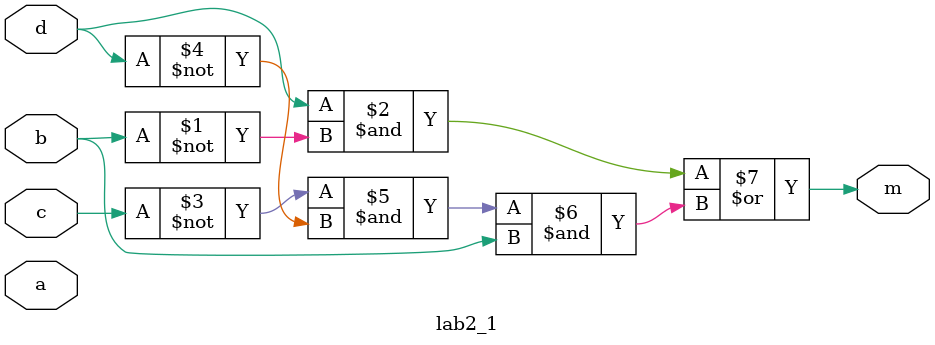
<source format=v>
module lab2_1(a, b, c,d, m);
input a, b,c,d;
output m;

assign m =(d&(~b)) | ((~c)&(~d)&b) | (b&(~b));

endmodule

</source>
